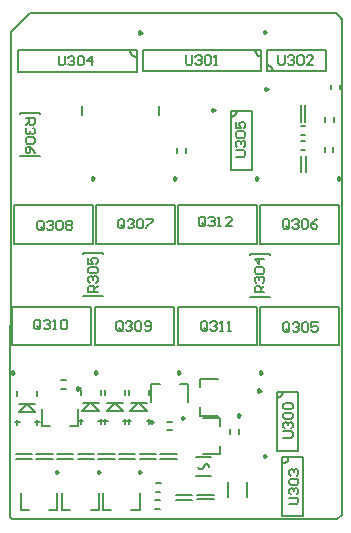
<source format=gto>
G04*
G04 #@! TF.GenerationSoftware,Altium Limited,Altium Designer,20.0.10 (225)*
G04*
G04 Layer_Color=65535*
%FSLAX25Y25*%
%MOIN*%
G70*
G01*
G75*
%ADD10C,0.00787*%
%ADD11C,0.00984*%
%ADD12C,0.00800*%
%ADD13C,0.00669*%
D10*
X62971Y17913D02*
X63463Y17061D01*
X64447D01*
X64939Y17913D01*
X66917D02*
X66425Y18766D01*
X65441D01*
X64948Y17913D01*
X40571Y156457D02*
X40835Y155473D01*
X41555Y154752D01*
X42539Y154488D01*
X74114Y134429D02*
X75098Y134693D01*
X75819Y135413D01*
X76083Y136398D01*
X91241Y18976D02*
X92225Y19240D01*
X92945Y19961D01*
X93209Y20945D01*
X82008Y156654D02*
X82272Y155669D01*
X82992Y154949D01*
X83976Y154685D01*
X88169Y149862D02*
X87906Y150847D01*
X87185Y151567D01*
X86201Y151831D01*
X89469Y40827D02*
X90453Y41091D01*
X91174Y41811D01*
X91437Y42795D01*
X274Y64889D02*
X793Y65408D01*
X274Y1377D02*
X514Y1137D01*
X1220Y430D01*
X109438D01*
X274Y1377D02*
Y64889D01*
X110931Y1924D02*
Y167180D01*
X109438Y430D02*
X110931Y1924D01*
X109061Y169050D02*
X110931Y167180D01*
X793Y162849D02*
X6994Y169050D01*
X109061D01*
X793Y65408D02*
Y162849D01*
X79528Y7776D02*
Y12697D01*
X73229Y7776D02*
Y12697D01*
X62500Y21063D02*
X67421D01*
X62500Y14764D02*
X67421D01*
X63898Y44488D02*
Y47146D01*
Y34941D02*
Y37795D01*
Y34941D02*
X69705D01*
X63898Y47146D02*
X69705D01*
X56496Y92185D02*
X82874D01*
X56496Y104980D02*
X82874D01*
Y92185D02*
Y104980D01*
X56496Y92185D02*
Y104980D01*
X82874Y58327D02*
Y71122D01*
X56496Y58327D02*
Y71122D01*
Y58327D02*
X82874D01*
X56496Y71122D02*
X82874D01*
X83858D02*
X110236D01*
X83858Y58327D02*
X110236D01*
X83858D02*
Y71122D01*
X110236Y58327D02*
Y71122D01*
X83858Y92185D02*
Y104980D01*
X110236Y92185D02*
Y104980D01*
X83858D02*
X110236D01*
X83858Y92185D02*
X110236D01*
X29134D02*
X55512D01*
X29134Y104980D02*
X55512D01*
Y92185D02*
Y104980D01*
X29134Y92185D02*
Y104980D01*
X1772Y92185D02*
Y104980D01*
X28150Y92185D02*
Y104980D01*
X1772D02*
X28150D01*
X1772Y92185D02*
X28150D01*
X28740Y71122D02*
X55118D01*
X28740Y58327D02*
X55118D01*
X28740D02*
Y71122D01*
X55118Y58327D02*
Y71122D01*
X27362Y58327D02*
Y71122D01*
X984Y58327D02*
Y71122D01*
Y58327D02*
X27362D01*
X984Y71122D02*
X27362D01*
X17913Y3425D02*
X20571D01*
X27264D02*
X30118D01*
Y9232D01*
X17913Y3425D02*
Y9232D01*
X24803Y88957D02*
Y89154D01*
X31299Y88957D02*
Y89154D01*
X24803D02*
X31299D01*
X24803Y74744D02*
X31299D01*
X24803D02*
Y74941D01*
X31299Y74744D02*
Y74941D01*
X3248Y149567D02*
Y156654D01*
X42618Y149567D02*
Y156654D01*
X3248Y149567D02*
X42618D01*
X3248Y156654D02*
X42618D01*
X74016Y116791D02*
X81102D01*
X74016Y136476D02*
X81102D01*
Y116791D02*
Y136476D01*
X74016Y116791D02*
Y136476D01*
X91142Y1339D02*
Y21024D01*
X98229Y1339D02*
Y21024D01*
X91142D02*
X98229D01*
X91142Y1339D02*
X98229D01*
X99016Y116004D02*
Y121516D01*
X97441Y116004D02*
Y121516D01*
X3839Y135610D02*
Y135807D01*
X10335Y135610D02*
Y135807D01*
X3839D02*
X10335D01*
X3839Y121398D02*
X10335D01*
X3839D02*
Y121595D01*
X10335Y121398D02*
Y121595D01*
X50197Y135197D02*
Y138150D01*
X64744Y22047D02*
X70551D01*
X64744Y34252D02*
X70551D01*
Y31398D02*
Y34252D01*
Y22047D02*
Y24705D01*
X24409Y135295D02*
Y138248D01*
X2264Y22106D02*
X7776D01*
X2264Y20531D02*
X7776D01*
X9154D02*
X14665D01*
X9154Y22106D02*
X14665D01*
X16043D02*
X21555D01*
X16043Y20531D02*
X21555D01*
X22933D02*
X28445D01*
X22933Y22106D02*
X28445D01*
X29823D02*
X35335D01*
X29823Y20531D02*
X35335D01*
X36713D02*
X42224D01*
X36713Y22106D02*
X42224D01*
X43602D02*
X49114D01*
X43602Y20531D02*
X49114D01*
X50492D02*
X56004D01*
X50492Y22106D02*
X56004D01*
X62795Y7047D02*
X68307D01*
X62795Y8622D02*
X68307D01*
X55610Y8425D02*
X61122D01*
X55610Y6850D02*
X61122D01*
X40059Y32146D02*
Y33957D01*
X40689Y39193D02*
X46122D01*
X45965Y33031D02*
X47638D01*
X40571Y36476D02*
X43248Y39154D01*
X40059Y41791D02*
Y43563D01*
X46791Y41791D02*
Y43563D01*
Y32146D02*
Y33957D01*
X43445Y39154D02*
X46122Y36476D01*
X40689D02*
X46122D01*
X43248Y39154D02*
X43445D01*
X39370Y33031D02*
X40846D01*
X2165Y32638D02*
X3642D01*
X6043Y38760D02*
X6240D01*
X3484Y36083D02*
X8917D01*
X6240Y38760D02*
X8917Y36083D01*
X9587Y31752D02*
Y33563D01*
Y41398D02*
Y43169D01*
X2854Y41398D02*
Y43169D01*
X3366Y36083D02*
X6043Y38760D01*
X8760Y32638D02*
X10433D01*
X3484Y38799D02*
X8917D01*
X2854Y31752D02*
Y33563D01*
X24016Y32146D02*
Y33957D01*
X24646Y39193D02*
X30079D01*
X29921Y33031D02*
X31594D01*
X24528Y36476D02*
X27205Y39154D01*
X24016Y41791D02*
Y43563D01*
X30748Y41791D02*
Y43563D01*
Y32146D02*
Y33957D01*
X27402Y39154D02*
X30079Y36476D01*
X24646D02*
X30079D01*
X27205Y39154D02*
X27402D01*
X23327Y33031D02*
X24803D01*
X3937Y3425D02*
Y9232D01*
X16142Y3425D02*
Y9232D01*
X13287Y3425D02*
X16142D01*
X3937D02*
X6594D01*
X31496D02*
Y9232D01*
X43701Y3425D02*
Y9232D01*
X40846Y3425D02*
X43701D01*
X31496D02*
X34154D01*
X57086Y45414D02*
X59744D01*
X47539D02*
X50394D01*
X47539Y39606D02*
Y45414D01*
X59744Y39606D02*
Y45414D01*
X87008Y74350D02*
Y74547D01*
X80512Y74350D02*
Y74547D01*
Y74350D02*
X87008D01*
X80512Y88760D02*
X87008D01*
Y88563D02*
Y88760D01*
X80512Y88563D02*
Y88760D01*
X31496Y33031D02*
X32972D01*
X35374Y39154D02*
X35571D01*
X32815Y36476D02*
X38248D01*
X35571Y39154D02*
X38248Y36476D01*
X38917Y32146D02*
Y33957D01*
Y41791D02*
Y43563D01*
X32185Y41791D02*
Y43563D01*
X32697Y36476D02*
X35374Y39154D01*
X38091Y33031D02*
X39764D01*
X32815Y39193D02*
X38248D01*
X32185Y32146D02*
Y33957D01*
X11024Y31378D02*
Y37185D01*
X23228Y31378D02*
Y37185D01*
X20374Y31378D02*
X23228D01*
X11024D02*
X13681D01*
X44685Y156850D02*
X84055D01*
X44685Y149764D02*
X84055D01*
Y156850D01*
X44685Y149764D02*
Y156850D01*
X86122Y149764D02*
X105807D01*
X86122Y156850D02*
X105807D01*
X86122Y149764D02*
Y156850D01*
X105807Y149764D02*
Y156850D01*
X89370Y23189D02*
X96457D01*
X89370Y42874D02*
X96457D01*
Y23189D02*
Y42874D01*
X89370Y23189D02*
Y42874D01*
X97342Y132835D02*
Y138347D01*
X98917Y132835D02*
Y138347D01*
X787Y805D02*
X942Y650D01*
X110335Y167776D02*
X110925Y167185D01*
D11*
X77067Y35039D02*
X76329Y35466D01*
Y34613D01*
X77067Y35039D01*
X83169Y114035D02*
X82431Y114462D01*
Y113609D01*
X83169Y114035D01*
X57185Y49272D02*
X56447Y49698D01*
Y48845D01*
X57185Y49272D01*
X84547D02*
X83809Y49698D01*
Y48845D01*
X84547Y49272D01*
X110531Y114035D02*
X109793Y114462D01*
Y113609D01*
X110531Y114035D01*
X55807D02*
X55069Y114462D01*
Y113609D01*
X55807Y114035D01*
X28445D02*
X27707Y114462D01*
Y113609D01*
X28445Y114035D01*
X29429Y49272D02*
X28691Y49698D01*
Y48845D01*
X29429Y49272D01*
X1673D02*
X935Y49698D01*
X935Y48845D01*
X1673Y49272D01*
X30512Y16102D02*
X29774Y16529D01*
Y15676D01*
X30512Y16102D01*
X44272Y162559D02*
X43534Y162985D01*
Y162133D01*
X44272Y162559D01*
X68602Y136772D02*
X67864Y137198D01*
Y136346D01*
X68602Y136772D01*
X85729Y21437D02*
X84991Y21863D01*
Y21011D01*
X85729Y21437D01*
X58366Y34154D02*
X57628Y34580D01*
Y33727D01*
X58366Y34154D01*
X16535Y16102D02*
X15797Y16529D01*
Y15676D01*
X16535Y16102D01*
X44094D02*
X43356Y16529D01*
Y15676D01*
X44094Y16102D01*
X48130Y32736D02*
X47392Y33163D01*
Y32310D01*
X48130Y32736D01*
X23622Y44055D02*
X22884Y44481D01*
Y43629D01*
X23622Y44055D01*
X85709Y162756D02*
X84970Y163182D01*
Y162330D01*
X85709Y162756D01*
X86319Y143858D02*
X85581Y144284D01*
Y143432D01*
X86319Y143858D01*
X83957Y43287D02*
X83219Y43714D01*
Y42861D01*
X83957Y43287D01*
D12*
X76657Y28736D02*
X76657Y30311D01*
X73721Y28740D02*
X73721Y30315D01*
X108268Y132835D02*
X108268Y134409D01*
X105331Y132839D02*
X105331Y134414D01*
X49020Y12444D02*
X50595Y12444D01*
X49016Y9508D02*
X50591Y9508D01*
X48917Y3898D02*
X50492Y3898D01*
X48921Y6834D02*
X50496Y6834D01*
X52854Y29980D02*
X54429Y29980D01*
X52858Y32917D02*
X54433Y32917D01*
X107382Y143661D02*
X107382Y145236D01*
X110318Y143657D02*
X110318Y145232D01*
X56020Y122406D02*
X56020Y123981D01*
X58957Y122402D02*
X58957Y123976D01*
X17421Y46811D02*
X18996Y46811D01*
X17417Y43875D02*
X18992Y43875D01*
X97342Y123484D02*
X98917Y123484D01*
X97347Y126421D02*
X98921Y126421D01*
X105315Y122795D02*
X105315Y124370D01*
X108251Y122791D02*
X108251Y124366D01*
X97342Y128406D02*
X98917Y128406D01*
X97347Y131342D02*
X98921Y131342D01*
D13*
X5611Y133981D02*
X8759D01*
Y132407D01*
X8235Y131882D01*
X7185D01*
X6660Y132407D01*
Y133981D01*
Y132932D02*
X5611Y131882D01*
X8235Y130833D02*
X8759Y130308D01*
Y129258D01*
X8235Y128734D01*
X7710D01*
X7185Y129258D01*
Y129783D01*
Y129258D01*
X6660Y128734D01*
X6135D01*
X5611Y129258D01*
Y130308D01*
X6135Y130833D01*
X8235Y127684D02*
X8759Y127159D01*
Y126110D01*
X8235Y125585D01*
X6135D01*
X5611Y126110D01*
Y127159D01*
X6135Y127684D01*
X8235D01*
X8759Y122436D02*
X8235Y123486D01*
X7185Y124535D01*
X6135D01*
X5611Y124011D01*
Y122961D01*
X6135Y122436D01*
X6660D01*
X7185Y122961D01*
Y124535D01*
X93406Y5507D02*
X96030D01*
X96555Y6032D01*
Y7081D01*
X96030Y7606D01*
X93406D01*
X93931Y8656D02*
X93406Y9181D01*
Y10230D01*
X93931Y10755D01*
X94456D01*
X94981Y10230D01*
Y9705D01*
Y10230D01*
X95505Y10755D01*
X96030D01*
X96555Y10230D01*
Y9181D01*
X96030Y8656D01*
X93931Y11804D02*
X93406Y12329D01*
Y13379D01*
X93931Y13903D01*
X96030D01*
X96555Y13379D01*
Y12329D01*
X96030Y11804D01*
X93931D01*
Y14953D02*
X93406Y15478D01*
Y16527D01*
X93931Y17052D01*
X94456D01*
X94981Y16527D01*
Y16002D01*
Y16527D01*
X95505Y17052D01*
X96030D01*
X96555Y16527D01*
Y15478D01*
X96030Y14953D01*
X91536Y27554D02*
X94160D01*
X94685Y28079D01*
Y29129D01*
X94160Y29653D01*
X91536D01*
X92061Y30703D02*
X91536Y31228D01*
Y32277D01*
X92061Y32802D01*
X92586D01*
X93111Y32277D01*
Y31752D01*
Y32277D01*
X93635Y32802D01*
X94160D01*
X94685Y32277D01*
Y31228D01*
X94160Y30703D01*
X92061Y33852D02*
X91536Y34376D01*
Y35426D01*
X92061Y35951D01*
X94160D01*
X94685Y35426D01*
Y34376D01*
X94160Y33852D01*
X92061D01*
Y37000D02*
X91536Y37525D01*
Y38574D01*
X92061Y39099D01*
X94160D01*
X94685Y38574D01*
Y37525D01*
X94160Y37000D01*
X92061D01*
X75690Y121255D02*
X78313D01*
X78838Y121780D01*
Y122829D01*
X78313Y123354D01*
X75690D01*
X76214Y124404D02*
X75690Y124928D01*
Y125978D01*
X76214Y126503D01*
X76739D01*
X77264Y125978D01*
Y125453D01*
Y125978D01*
X77789Y126503D01*
X78313D01*
X78838Y125978D01*
Y124928D01*
X78313Y124404D01*
X76214Y127552D02*
X75690Y128077D01*
Y129127D01*
X76214Y129651D01*
X78313D01*
X78838Y129127D01*
Y128077D01*
X78313Y127552D01*
X76214D01*
X75690Y132800D02*
Y130701D01*
X77264D01*
X76739Y131751D01*
Y132275D01*
X77264Y132800D01*
X78313D01*
X78838Y132275D01*
Y131226D01*
X78313Y130701D01*
X16669Y154783D02*
Y152159D01*
X17193Y151634D01*
X18243D01*
X18768Y152159D01*
Y154783D01*
X19817Y154258D02*
X20342Y154783D01*
X21392D01*
X21916Y154258D01*
Y153734D01*
X21392Y153209D01*
X20867D01*
X21392D01*
X21916Y152684D01*
Y152159D01*
X21392Y151634D01*
X20342D01*
X19817Y152159D01*
X22966Y154258D02*
X23491Y154783D01*
X24540D01*
X25065Y154258D01*
Y152159D01*
X24540Y151634D01*
X23491D01*
X22966Y152159D01*
Y154258D01*
X27689Y151634D02*
Y154783D01*
X26114Y153209D01*
X28213D01*
X89897Y155078D02*
Y152454D01*
X90422Y151930D01*
X91471D01*
X91996Y152454D01*
Y155078D01*
X93046Y154553D02*
X93570Y155078D01*
X94620D01*
X95145Y154553D01*
Y154029D01*
X94620Y153504D01*
X94095D01*
X94620D01*
X95145Y152979D01*
Y152454D01*
X94620Y151930D01*
X93570D01*
X93046Y152454D01*
X96194Y154553D02*
X96719Y155078D01*
X97768D01*
X98293Y154553D01*
Y152454D01*
X97768Y151930D01*
X96719D01*
X96194Y152454D01*
Y154553D01*
X101442Y151930D02*
X99343D01*
X101442Y154029D01*
Y154553D01*
X100917Y155078D01*
X99867D01*
X99343Y154553D01*
X59024Y154980D02*
Y152356D01*
X59549Y151831D01*
X60598D01*
X61123Y152356D01*
Y154980D01*
X62173Y154455D02*
X62697Y154980D01*
X63747D01*
X64272Y154455D01*
Y153930D01*
X63747Y153405D01*
X63222D01*
X63747D01*
X64272Y152881D01*
Y152356D01*
X63747Y151831D01*
X62697D01*
X62173Y152356D01*
X65321Y154455D02*
X65846Y154980D01*
X66896D01*
X67420Y154455D01*
Y152356D01*
X66896Y151831D01*
X65846D01*
X65321Y152356D01*
Y154455D01*
X68470Y151831D02*
X69519D01*
X68995D01*
Y154980D01*
X68470Y154455D01*
X29625Y76078D02*
X26477D01*
Y77652D01*
X27002Y78177D01*
X28051D01*
X28576Y77652D01*
Y76078D01*
Y77128D02*
X29625Y78177D01*
X27002Y79227D02*
X26477Y79751D01*
Y80801D01*
X27002Y81326D01*
X27526D01*
X28051Y80801D01*
Y80276D01*
Y80801D01*
X28576Y81326D01*
X29101D01*
X29625Y80801D01*
Y79751D01*
X29101Y79227D01*
X27002Y82375D02*
X26477Y82900D01*
Y83950D01*
X27002Y84474D01*
X29101D01*
X29625Y83950D01*
Y82900D01*
X29101Y82375D01*
X27002D01*
X26477Y87623D02*
Y85524D01*
X28051D01*
X27526Y86573D01*
Y87098D01*
X28051Y87623D01*
X29101D01*
X29625Y87098D01*
Y86049D01*
X29101Y85524D01*
X85137Y75980D02*
X81989D01*
Y77554D01*
X82513Y78079D01*
X83563D01*
X84088Y77554D01*
Y75980D01*
Y77029D02*
X85137Y78079D01*
X82513Y79128D02*
X81989Y79653D01*
Y80703D01*
X82513Y81227D01*
X83038D01*
X83563Y80703D01*
Y80178D01*
Y80703D01*
X84088Y81227D01*
X84613D01*
X85137Y80703D01*
Y79653D01*
X84613Y79128D01*
X82513Y82277D02*
X81989Y82802D01*
Y83851D01*
X82513Y84376D01*
X84613D01*
X85137Y83851D01*
Y82802D01*
X84613Y82277D01*
X82513D01*
X85137Y87000D02*
X81989D01*
X83563Y85425D01*
Y87524D01*
X10565Y64265D02*
Y66365D01*
X10041Y66889D01*
X8991D01*
X8466Y66365D01*
Y64265D01*
X8991Y63741D01*
X10041D01*
X9516Y64790D02*
X10565Y63741D01*
X10041D02*
X10565Y64265D01*
X11615Y66365D02*
X12140Y66889D01*
X13189D01*
X13714Y66365D01*
Y65840D01*
X13189Y65315D01*
X12664D01*
X13189D01*
X13714Y64790D01*
Y64265D01*
X13189Y63741D01*
X12140D01*
X11615Y64265D01*
X14764Y63741D02*
X15813D01*
X15288D01*
Y66889D01*
X14764Y66365D01*
X17387D02*
X17912Y66889D01*
X18962D01*
X19486Y66365D01*
Y64265D01*
X18962Y63741D01*
X17912D01*
X17387Y64265D01*
Y66365D01*
X37960Y63773D02*
Y65872D01*
X37436Y66397D01*
X36386D01*
X35862Y65872D01*
Y63773D01*
X36386Y63249D01*
X37436D01*
X36911Y64298D02*
X37960Y63249D01*
X37436D02*
X37960Y63773D01*
X39010Y65872D02*
X39535Y66397D01*
X40584D01*
X41109Y65872D01*
Y65348D01*
X40584Y64823D01*
X40060D01*
X40584D01*
X41109Y64298D01*
Y63773D01*
X40584Y63249D01*
X39535D01*
X39010Y63773D01*
X42159Y65872D02*
X42683Y66397D01*
X43733D01*
X44258Y65872D01*
Y63773D01*
X43733Y63249D01*
X42683D01*
X42159Y63773D01*
Y65872D01*
X45307Y63773D02*
X45832Y63249D01*
X46881D01*
X47406Y63773D01*
Y65872D01*
X46881Y66397D01*
X45832D01*
X45307Y65872D01*
Y65348D01*
X45832Y64823D01*
X47406D01*
X11681Y97336D02*
Y99435D01*
X11156Y99960D01*
X10107D01*
X9582Y99435D01*
Y97336D01*
X10107Y96812D01*
X11156D01*
X10632Y97861D02*
X11681Y96812D01*
X11156D02*
X11681Y97336D01*
X12731Y99435D02*
X13255Y99960D01*
X14305D01*
X14830Y99435D01*
Y98911D01*
X14305Y98386D01*
X13780D01*
X14305D01*
X14830Y97861D01*
Y97336D01*
X14305Y96812D01*
X13255D01*
X12731Y97336D01*
X15879Y99435D02*
X16404Y99960D01*
X17453D01*
X17978Y99435D01*
Y97336D01*
X17453Y96812D01*
X16404D01*
X15879Y97336D01*
Y99435D01*
X19028D02*
X19553Y99960D01*
X20602D01*
X21127Y99435D01*
Y98911D01*
X20602Y98386D01*
X21127Y97861D01*
Y97336D01*
X20602Y96812D01*
X19553D01*
X19028Y97336D01*
Y97861D01*
X19553Y98386D01*
X19028Y98911D01*
Y99435D01*
X19553Y98386D02*
X20602D01*
X38551Y97829D02*
Y99928D01*
X38026Y100452D01*
X36977D01*
X36452Y99928D01*
Y97829D01*
X36977Y97304D01*
X38026D01*
X37502Y98353D02*
X38551Y97304D01*
X38026D02*
X38551Y97829D01*
X39601Y99928D02*
X40125Y100452D01*
X41175D01*
X41700Y99928D01*
Y99403D01*
X41175Y98878D01*
X40650D01*
X41175D01*
X41700Y98353D01*
Y97829D01*
X41175Y97304D01*
X40125D01*
X39601Y97829D01*
X42749Y99928D02*
X43274Y100452D01*
X44324D01*
X44848Y99928D01*
Y97829D01*
X44324Y97304D01*
X43274D01*
X42749Y97829D01*
Y99928D01*
X45898Y100452D02*
X47997D01*
Y99928D01*
X45898Y97829D01*
Y97304D01*
X93472Y97730D02*
Y99829D01*
X92948Y100354D01*
X91898D01*
X91373Y99829D01*
Y97730D01*
X91898Y97205D01*
X92948D01*
X92423Y98255D02*
X93472Y97205D01*
X92948D02*
X93472Y97730D01*
X94522Y99829D02*
X95047Y100354D01*
X96096D01*
X96621Y99829D01*
Y99304D01*
X96096Y98780D01*
X95571D01*
X96096D01*
X96621Y98255D01*
Y97730D01*
X96096Y97205D01*
X95047D01*
X94522Y97730D01*
X97671Y99829D02*
X98195Y100354D01*
X99245D01*
X99770Y99829D01*
Y97730D01*
X99245Y97205D01*
X98195D01*
X97671Y97730D01*
Y99829D01*
X102918Y100354D02*
X101869Y99829D01*
X100819Y98780D01*
Y97730D01*
X101344Y97205D01*
X102393D01*
X102918Y97730D01*
Y98255D01*
X102393Y98780D01*
X100819D01*
X93571Y63380D02*
Y65479D01*
X93046Y66004D01*
X91997D01*
X91472Y65479D01*
Y63380D01*
X91997Y62855D01*
X93046D01*
X92521Y63904D02*
X93571Y62855D01*
X93046D02*
X93571Y63380D01*
X94620Y65479D02*
X95145Y66004D01*
X96195D01*
X96719Y65479D01*
Y64954D01*
X96195Y64429D01*
X95670D01*
X96195D01*
X96719Y63904D01*
Y63380D01*
X96195Y62855D01*
X95145D01*
X94620Y63380D01*
X97769Y65479D02*
X98294Y66004D01*
X99343D01*
X99868Y65479D01*
Y63380D01*
X99343Y62855D01*
X98294D01*
X97769Y63380D01*
Y65479D01*
X103016Y66004D02*
X100917D01*
Y64429D01*
X101967Y64954D01*
X102492D01*
X103016Y64429D01*
Y63380D01*
X102492Y62855D01*
X101442D01*
X100917Y63380D01*
X66208Y63773D02*
Y65872D01*
X65684Y66397D01*
X64634D01*
X64109Y65872D01*
Y63773D01*
X64634Y63249D01*
X65684D01*
X65159Y64298D02*
X66208Y63249D01*
X65684D02*
X66208Y63773D01*
X67258Y65872D02*
X67783Y66397D01*
X68832D01*
X69357Y65872D01*
Y65348D01*
X68832Y64823D01*
X68307D01*
X68832D01*
X69357Y64298D01*
Y63773D01*
X68832Y63249D01*
X67783D01*
X67258Y63773D01*
X70406Y63249D02*
X71456D01*
X70931D01*
Y66397D01*
X70406Y65872D01*
X73030Y63249D02*
X74080D01*
X73555D01*
Y66397D01*
X73030Y65872D01*
X65487Y98616D02*
Y100715D01*
X64962Y101240D01*
X63912D01*
X63388Y100715D01*
Y98616D01*
X63912Y98091D01*
X64962D01*
X64437Y99141D02*
X65487Y98091D01*
X64962D02*
X65487Y98616D01*
X66536Y100715D02*
X67061Y101240D01*
X68111D01*
X68635Y100715D01*
Y100190D01*
X68111Y99665D01*
X67586D01*
X68111D01*
X68635Y99141D01*
Y98616D01*
X68111Y98091D01*
X67061D01*
X66536Y98616D01*
X69685Y98091D02*
X70734D01*
X70210D01*
Y101240D01*
X69685Y100715D01*
X74408Y98091D02*
X72309D01*
X74408Y100190D01*
Y100715D01*
X73883Y101240D01*
X72833D01*
X72309Y100715D01*
M02*

</source>
